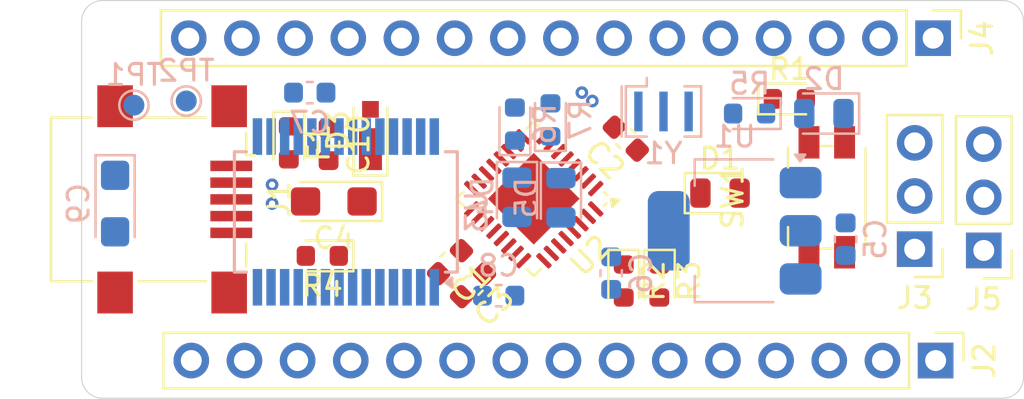
<source format=kicad_pcb>
(kicad_pcb (version 20240108) (generator "pcbnew") (generator_version "8.0")
  (layers (0 "F.Cu" signal) (1 "In1.Cu" signal) (2 "In2.Cu" signal) (31 "B.Cu" signal) (34 "B.Paste" user) (35 "F.Paste" user) (36 "B.SilkS" user "B.Silkscreen") (37 "F.SilkS" user "F.Silkscreen") (38 "B.Mask" user) (39 "F.Mask" user) (44 "Edge.Cuts" user))
  (net 0 "")
  (net 1 "+5V")
  (net 2 "GND")
  (net 3 "/AREF")
  (net 4 "VCC")
  (net 5 "+3.3V")
  (net 6 "Net-(U3-RTS)")
  (net 7 "/RESET")
  (net 8 "Net-(D1-A)")
  (net 9 "Net-(D2-A)")
  (net 10 "VBUS")
  (net 11 "Net-(D4-K)")
  (net 12 "Net-(D5-K)")
  (net 13 "Net-(J1-VBUS)")
  (net 14 "/D_N")
  (net 16 "/D_P")
  (net 17 "/A0")
  (net 18 "/A1")
  (net 19 "/A2")
  (net 20 "/A7")
  (net 21 "/D13{slash}SCK")
  (net 22 "/A5")
  (net 23 "/A4")
  (net 24 "/A3")
  (net 25 "/A6")
  (net 26 "/D11{slash}MOSI")
  (net 27 "/D2")
  (net 28 "/D4")
  (net 29 "/D3")
  (net 30 "/D6")
  (net 31 "/D12{slash}MISO")
  (net 32 "/D10")
  (net 33 "/D9")
  (net 34 "/D8")
  (net 35 "/D5")
  (net 36 "/D7")
  (net 37 "/D0{slash}RX")
  (net 38 "/D1{slash}TX")
  (net 39 "/RX")
  (net 40 "/TX")
  (net 41 "Net-(U3-CBUS0)")
  (net 42 "Net-(U3-CBUS1)")
  (net 43 "/XTAL1")
  (net 44 "/XTAL2")
  (net 45 "Net-(U2-GND-Pad21)")
  (footprint "Capacitor_SMD:C_0603_1608Metric" (layer "F.Cu") (at 111.8 56.875 -90)
    (property "Reference" "C10" (at 0 -1.43 90) (layer "F.SilkS"))
    (property "Value" "100n" (hide yes))
    (fp_line (start -0.140581 0.51) (end 0.140581 0.51) (stroke (width 0.12)) (layer "F.SilkS"))
    (fp_line (start -0.140581 -0.51) (end 0.140581 -0.51) (stroke (width 0.12)) (layer "F.SilkS"))
    (pad "1" smd roundrect (at -0.775 0 270) (size 0.9 0.95) (layers "F.Cu" "F.Paste" "F.Mask") (net 1 "+5V"))
    (pad "2" smd roundrect (at 0.775 0 270) (size 0.9 0.95) (layers "F.Cu" "F.Paste" "F.Mask") (net 2 "GND"))
  )
  (footprint "Diode_SMD:D_0603_1608Metric" (layer "F.Cu") (at 111.5 62.2 180)
    (property "Reference" "R4" (at 0 -1.43 180) (layer "F.SilkS"))
    (property "Value" "1k" (hide yes))
    (fp_line (start 0.8 -0.735) (end -1.485 -0.735) (stroke (width 0.12)) (layer "F.SilkS"))
    (fp_line (start -1.485 0.735) (end 0.8 0.735) (stroke (width 0.12)) (layer "F.SilkS"))
    (fp_line (start -1.485 -0.735) (end -1.485 0.735) (stroke (width 0.12)) (layer "F.SilkS"))
    (pad "1" smd roundrect (at -0.787501 0 180) (size 0.875 0.95) (layers "F.Cu" "F.Paste" "F.Mask") (net 21 "/D13{slash}SCK"))
    (pad "2" smd roundrect (at 0.787501 0 180) (size 0.875 0.95) (layers "F.Cu" "F.Paste" "F.Mask") (net 8 "Net-(D1-A)"))
  )
  (footprint "Connector_PinHeader_2.54mm:PinHeader_1x15_P2.54mm_Vertical" (layer "F.Cu") (at 140.8 67.2 -90)
    (property "Reference" "J2" (at 0 -2.33 90) (layer "F.SilkS"))
    (property "Value" "Conn_01x15_Pin" (hide yes))
    (fp_line (start -1.33 36.89) (end 1.33 36.89) (stroke (width 0.12)) (layer "F.SilkS"))
    (fp_line (start -1.33 1.27) (end -1.33 36.89) (stroke (width 0.12)) (layer "F.SilkS"))
    (fp_line (start -1.33 1.27) (end 1.33 1.27) (stroke (width 0.12)) (layer "F.SilkS"))
    (fp_line (start 1.33 1.27) (end 1.33 36.89) (stroke (width 0.12)) (layer "F.SilkS"))
    (fp_line (start -1.33 0) (end -1.33 -1.33) (stroke (width 0.12)) (layer "F.SilkS"))
    (fp_line (start -1.33 -1.33) (end 0 -1.33) (stroke (width 0.12)) (layer "F.SilkS"))
    (pad "1" thru_hole rect (at 0 0 270) (size 1.7 1.7) (drill 1) (layers "*.Cu" "*.Mask") (net 4 "VCC"))
    (pad "2" thru_hole oval (at 0 2.54 270) (size 1.7 1.7) (drill 1) (layers "*.Cu" "*.Mask") (net 2 "GND"))
    (pad "3" thru_hole oval (at 0 5.08 270) (size 1.7 1.7) (drill 1) (layers "*.Cu" "*.Mask") (net 7 "/RESET"))
    (pad "4" thru_hole oval (at 0 7.62 270) (size 1.7 1.7) (drill 1) (layers "*.Cu" "*.Mask") (net 1 "+5V"))
    (pad "5" thru_hole oval (at 0 10.16 270) (size 1.7 1.7) (drill 1) (layers "*.Cu" "*.Mask") (net 20 "/A7"))
    (pad "6" thru_hole oval (at 0 12.7 270) (size 1.7 1.7) (drill 1) (layers "*.Cu" "*.Mask") (net 25 "/A6"))
    (pad "7" thru_hole oval (at 0 15.24 270) (size 1.7 1.7) (drill 1) (layers "*.Cu" "*.Mask") (net 22 "/A5"))
    (pad "8" thru_hole oval (at 0 17.78 270) (size 1.7 1.7) (drill 1) (layers "*.Cu" "*.Mask") (net 23 "/A4"))
    (pad "9" thru_hole oval (at 0 20.32 270) (size 1.7 1.7) (drill 1) (layers "*.Cu" "*.Mask") (net 24 "/A3"))
    (pad "10" thru_hole oval (at 0 22.86 270) (size 1.7 1.7) (drill 1) (layers "*.Cu" "*.Mask") (net 19 "/A2"))
    (pad "11" thru_hole oval (at 0 25.4 270) (size 1.7 1.7) (drill 1) (layers "*.Cu" "*.Mask") (net 18 "/A1"))
    (pad "12" thru_hole oval (at 0 27.94 270) (size 1.7 1.7) (drill 1) (layers "*.Cu" "*.Mask") (net 17 "/A0"))
    (pad "13" thru_hole oval (at 0 30.48 270) (size 1.7 1.7) (drill 1) (layers "*.Cu" "*.Mask") (net 3 "/AREF"))
    (pad "14" thru_hole oval (at 0 33.02 270) (size 1.7 1.7) (drill 1) (layers "*.Cu" "*.Mask") (net 5 "+3.3V"))
    (pad "15" thru_hole oval (at 0 35.56 270) (size 1.7 1.7) (drill 1) (layers "*.Cu" "*.Mask") (net 21 "/D13{slash}SCK"))
  )
  (footprint "Connector_PinHeader_2.54mm:PinHeader_1x15_P2.54mm_Vertical" (layer "F.Cu") (at 140.68 51.8 -90)
    (property "Reference" "J4" (at 0 -2.33 90) (layer "F.SilkS"))
    (property "Value" "Conn_01x15_Pin" (hide yes))
    (fp_line (start -1.33 36.89) (end 1.33 36.89) (stroke (width 0.12)) (layer "F.SilkS"))
    (fp_line (start -1.33 1.27) (end -1.33 36.89) (stroke (width 0.12)) (layer "F.SilkS"))
    (fp_line (start -1.33 1.27) (end 1.33 1.27) (stroke (width 0.12)) (layer "F.SilkS"))
    (fp_line (start 1.33 1.27) (end 1.33 36.89) (stroke (width 0.12)) (layer "F.SilkS"))
    (fp_line (start -1.33 0) (end -1.33 -1.33) (stroke (width 0.12)) (layer "F.SilkS"))
    (fp_line (start -1.33 -1.33) (end 0 -1.33) (stroke (width 0.12)) (layer "F.SilkS"))
    (pad "1" thru_hole rect (at 0 0 270) (size 1.7 1.7) (drill 1) (layers "*.Cu" "*.Mask") (net 38 "/D1{slash}TX"))
    (pad "2" thru_hole oval (at 0 2.54 270) (size 1.7 1.7) (drill 1) (layers "*.Cu" "*.Mask") (net 37 "/D0{slash}RX"))
    (pad "3" thru_hole oval (at 0 5.08 270) (size 1.7 1.7) (drill 1) (layers "*.Cu" "*.Mask") (net 7 "/RESET"))
    (pad "4" thru_hole oval (at 0 7.62 270) (size 1.7 1.7) (drill 1) (layers "*.Cu" "*.Mask") (net 2 "GND"))
    (pad "5" thru_hole oval (at 0 10.16 270) (size 1.7 1.7) (drill 1) (layers "*.Cu" "*.Mask") (net 27 "/D2"))
    (pad "6" thru_hole oval (at 0 12.7 270) (size 1.7 1.7) (drill 1) (layers "*.Cu" "*.Mask") (net 29 "/D3"))
    (pad "7" thru_hole oval (at 0 15.24 270) (size 1.7 1.7) (drill 1) (layers "*.Cu" "*.Mask") (net 28 "/D4"))
    (pad "8" thru_hole oval (at 0 17.78 270) (size 1.7 1.7) (drill 1) (layers "*.Cu" "*.Mask") (net 35 "/D5"))
    (pad "9" thru_hole oval (at 0 20.32 270) (size 1.7 1.7) (drill 1) (layers "*.Cu" "*.Mask") (net 30 "/D6"))
    (pad "10" thru_hole oval (at 0 22.86 270) (size 1.7 1.7) (drill 1) (layers "*.Cu" "*.Mask") (net 36 "/D7"))
    (pad "11" thru_hole oval (at 0 25.4 270) (size 1.7 1.7) (drill 1) (layers "*.Cu" "*.Mask") (net 34 "/D8"))
    (pad "12" thru_hole oval (at 0 27.94 270) (size 1.7 1.7) (drill 1) (layers "*.Cu" "*.Mask") (net 33 "/D9"))
    (pad "13" thru_hole oval (at 0 30.48 270) (size 1.7 1.7) (drill 1) (layers "*.Cu" "*.Mask") (net 32 "/D10"))
    (pad "14" thru_hole oval (at 0 33.02 270) (size 1.7 1.7) (drill 1) (layers "*.Cu" "*.Mask") (net 26 "/D11{slash}MOSI"))
    (pad "15" thru_hole oval (at 0 35.56 270) (size 1.7 1.7) (drill 1) (layers "*.Cu" "*.Mask") (net 31 "/D12{slash}MISO"))
  )
  (footprint "Diode_SMD:D_0603_1608Metric" (layer "F.Cu") (at 127.6 63.4 -90)
    (property "Reference" "R3" (at 0 -1.43 90) (layer "F.SilkS"))
    (property "Value" "1k" (hide yes))
    (fp_line (start -1.485 0.735) (end 0.8 0.735) (stroke (width 0.12)) (layer "F.SilkS"))
    (fp_line (start -1.485 -0.735) (end -1.485 0.735) (stroke (width 0.12)) (layer "F.SilkS"))
    (fp_line (start 0.8 -0.735) (end -1.485 -0.735) (stroke (width 0.12)) (layer "F.SilkS"))
    (pad "1" smd roundrect (at -0.787501 0 270) (size 0.875 0.95) (layers "F.Cu" "F.Paste" "F.Mask") (net 38 "/D1{slash}TX"))
    (pad "2" smd roundrect (at 0.787501 0 270) (size 0.875 0.95) (layers "F.Cu" "F.Paste" "F.Mask") (net 40 "/TX"))
  )
  (footprint "Connector_USB:USB_Mini-B_Lumberg_2486_01_Horizontal" (layer "F.Cu") (at 104.45 59.5 -90)
    (property "Reference" "J1" (at 0 -5 90) (layer "F.SilkS"))
    (property "Value" "USB_B_Mini")
    (fp_line (start -3.91 5.91) (end -3.91 3.96) (stroke (width 0.12)) (layer "F.SilkS"))
    (fp_line (start 3.91 5.91) (end -3.91 5.91) (stroke (width 0.12)) (layer "F.SilkS"))
    (fp_line (start 3.91 5.91) (end 3.91 3.96) (stroke (width 0.12)) (layer "F.SilkS"))
    (fp_line (start -3.91 1.74) (end -3.91 -1.49) (stroke (width 0.12)) (layer "F.SilkS"))
    (fp_line (start 3.91 1.74) (end 3.91 -1.49) (stroke (width 0.12)) (layer "F.SilkS"))
    (fp_line (start -3.19 -3.41) (end -2.11 -3.41) (stroke (width 0.12)) (layer "F.SilkS"))
    (fp_line (start -2.11 -3.41) (end -2.11 -3.84) (stroke (width 0.12)) (layer "F.SilkS"))
    (fp_line (start 2.11 -3.41) (end 3.19 -3.41) (stroke (width 0.12)) (layer "F.SilkS"))
    (pad "" np_thru_hole circle (at -2.2 0 270) (size 1 1) (drill 1) (layers "*.Cu" "*.Mask"))
    (pad "" np_thru_hole circle (at 2.2 0 270) (size 1 1) (drill 1) (layers "*.Cu" "*.Mask"))
    (pad "1" smd rect (at -1.6 -2.7 270) (size 0.5 2) (layers "F.Cu" "F.Paste" "F.Mask") (net 13 "Net-(J1-VBUS)"))
    (pad "2" smd rect (at -0.8 -2.7 270) (size 0.5 2) (layers "F.Cu" "F.Paste" "F.Mask") (net 14 "/D_N"))
    (pad "3" smd rect (at 0 -2.7 270) (size 0.5 2) (layers "F.Cu" "F.Paste" "F.Mask") (net 16 "/D_P"))
    (pad "4" smd rect (at 0.8 -2.7 270) (size 0.5 2) (layers "F.Cu" "F.Paste" "F.Mask"))
    (pad "5" smd rect (at 1.6 -2.7 270) (size 0.5 2) (layers "F.Cu" "F.Paste" "F.Mask") (net 2 "GND"))
    (pad "6" smd rect (at -4.45 -2.6 270) (size 2 1.7) (layers "F.Cu" "F.Paste" "F.Mask") (net 2 "GND"))
    (pad "6" smd rect (at -4.45 2.85 270) (size 2 1.7) (layers "F.Cu" "F.Paste" "F.Mask") (net 2 "GND"))
    (pad "6" smd rect (at 4.45 -2.6 270) (size 2 1.7) (layers "F.Cu" "F.Paste" "F.Mask") (net 2 "GND"))
    (pad "6" smd rect (at 4.45 2.85 270) (size 2 1.7) (layers "F.Cu" "F.Paste" "F.Mask") (net 2 "GND"))
  )
  (footprint "Capacitor_SMD:C_0603_1608Metric" (layer "F.Cu") (at 117.6 62.5 -135)
    (property "Reference" "C1" (at 0 -1.43 -135) (layer "F.SilkS"))
    (property "Value" "1u" (hide yes))
    (fp_line (start -0.140581 0.51) (end 0.140581 0.51) (stroke (width 0.12)) (layer "F.SilkS"))
    (fp_line (start -0.140581 -0.51) (end 0.140581 -0.51) (stroke (width 0.12)) (layer "F.SilkS"))
    (pad "1" smd roundrect (at -0.775 0 225) (size 0.9 0.95) (layers "F.Cu" "F.Paste" "F.Mask") (net 1 "+5V"))
    (pad "2" smd roundrect (at 0.775 0 225) (size 0.9 0.95) (layers "F.Cu" "F.Paste" "F.Mask") (net 2 "GND"))
  )
  (footprint "Diode_SMD:D_0603_1608Metric" (layer "F.Cu") (at 125.900002 63.399999 -90)
    (property "Reference" "R2" (at 0 -1.43 90) (layer "F.SilkS"))
    (property "Value" "1k" (hide yes))
    (fp_line (start -1.485 0.735) (end 0.8 0.735) (stroke (width 0.12)) (layer "F.SilkS"))
    (fp_line (start -1.485 -0.735) (end -1.485 0.735) (stroke (width 0.12)) (layer "F.SilkS"))
    (fp_line (start 0.8 -0.735) (end -1.485 -0.735) (stroke (width 0.12)) (layer "F.SilkS"))
    (pad "1" smd roundrect (at -0.787501 0 270) (size 0.875 0.95) (layers "F.Cu" "F.Paste" "F.Mask") (net 37 "/D0{slash}RX"))
    (pad "2" smd roundrect (at 0.787501 0 270) (size 0.875 0.95) (layers "F.Cu" "F.Paste" "F.Mask") (net 39 "/RX"))
  )
  (footprint "LED_SMD:LED_0805_2012Metric" (layer "F.Cu") (at 130.5 59.2)
    (property "Reference" "D1" (at 0 -1.65 0) (layer "F.SilkS"))
    (property "Value" "Yellow" (hide yes))
    (fp_line (start -1.684999 -0.96) (end -1.684999 0.96) (stroke (width 0.12)) (layer "F.SilkS"))
    (fp_line (start -1.684999 0.96) (end 1 0.96) (stroke (width 0.12)) (layer "F.SilkS"))
    (fp_line (start 1 -0.96) (end -1.684999 -0.96) (stroke (width 0.12)) (layer "F.SilkS"))
    (pad "1" smd roundrect (at -0.937501 0) (size 0.975 1.4) (layers "F.Cu" "F.Paste" "F.Mask") (net 2 "GND"))
    (pad "2" smd roundrect (at 0.937501 0) (size 0.975 1.4) (layers "F.Cu" "F.Paste" "F.Mask") (net 8 "Net-(D1-A)"))
  )
  (footprint "Connector_PinHeader_2.54mm:PinHeader_1x03_P2.54mm_Vertical" (layer "F.Cu") (at 143.1 61.940002 180)
    (property "Reference" "J5" (at 0 -2.33 180) (layer "F.SilkS"))
    (property "Value" "ICSP" (hide yes))
    (fp_line (start 1.33 1.270001) (end 1.33 6.409999) (stroke (width 0.12)) (layer "F.SilkS"))
    (fp_line (start -1.33 6.409999) (end 1.33 6.409999) (stroke (width 0.12)) (layer "F.SilkS"))
    (fp_line (start -1.33 1.270001) (end 1.33 1.270001) (stroke (width 0.12)) (layer "F.SilkS"))
    (fp_line (start -1.33 1.270001) (end -1.33 6.409999) (stroke (width 0.12)) (layer "F.SilkS"))
    (fp_line (start -1.33 0) (end -1.33 -1.33) (stroke (width 0.12)) (layer "F.SilkS"))
    (fp_line (start -1.33 -1.33) (end 0 -1.33) (stroke (width 0.12)) (layer "F.SilkS"))
    (pad "1" thru_hole rect (at 0 0 180) (size 1.7 1.7) (drill 1) (layers "*.Cu" "*.Mask") (net 31 "/D12{slash}MISO"))
    (pad "2" thru_hole oval (at 0 2.54 180) (size 1.7 1.7) (drill 1) (layers "*.Cu" "*.Mask") (net 21 "/D13{slash}SCK"))
    (pad "3" thru_hole oval (at 0 5.079999 180) (size 1.7 1.7) (drill 1) (layers "*.Cu" "*.Mask") (net 7 "/RESET"))
  )
  (footprint "Connector_PinHeader_2.54mm:PinHeader_1x03_P2.54mm_Vertical" (layer "F.Cu") (at 139.8 61.879999 180)
    (property "Reference" "J3" (at 0 -2.33 180) (layer "F.SilkS"))
    (property "Value" "ICSP" (hide yes))
    (fp_line (start 1.33 1.270001) (end 1.33 6.409999) (stroke (width 0.12)) (layer "F.SilkS"))
    (fp_line (start -1.33 6.409999) (end 1.33 6.409999) (stroke (width 0.12)) (layer "F.SilkS"))
    (fp_line (start -1.33 1.270001) (end 1.33 1.270001) (stroke (width 0.12)) (layer "F.SilkS"))
    (fp_line (start -1.33 1.270001) (end -1.33 6.409999) (stroke (width 0.12)) (layer "F.SilkS"))
    (fp_line (start -1.33 0) (end -1.33 -1.33) (stroke (width 0.12)) (layer "F.SilkS"))
    (fp_line (start -1.33 -1.33) (end 0 -1.33) (stroke (width 0.12)) (layer "F.SilkS"))
    (pad "1" thru_hole rect (at 0 0 180) (size 1.7 1.7) (drill 1) (layers "*.Cu" "*.Mask") (net 1 "+5V"))
    (pad "2" thru_hole oval (at 0 2.54 180) (size 1.7 1.7) (drill 1) (layers "*.Cu" "*.Mask") (net 26 "/D11{slash}MOSI"))
    (pad "3" thru_hole oval (at 0 5.079999 180) (size 1.7 1.7) (drill 1) (layers "*.Cu" "*.Mask") (net 2 "GND"))
  )
  (footprint "Diode_SMD:D_0603_1608Metric" (layer "F.Cu") (at 133.8125 54.7)
    (property "Reference" "R1" (at 0 -1.43 0) (layer "F.SilkS"))
    (property "Value" "1k" (hide yes))
    (fp_line (start -1.485 -0.735) (end -1.485 0.735) (stroke (width 0.12)) (layer "F.SilkS"))
    (fp_line (start -1.485 0.735) (end 0.8 0.735) (stroke (width 0.12)) (layer "F.SilkS"))
    (fp_line (start 0.8 -0.735) (end -1.485 -0.735) (stroke (width 0.12)) (layer "F.SilkS"))
    (pad "1" smd roundrect (at -0.7875 0) (size 0.875 0.95) (layers "F.Cu" "F.Paste" "F.Mask") (net 1 "+5V"))
    (pad "2" smd roundrect (at 0.7875 0) (size 0.875 0.95) (layers "F.Cu" "F.Paste" "F.Mask") (net 7 "/RESET"))
  )
  (footprint "Diode_SMD:D_0603_1608Metric" (layer "F.Cu") (at 109.9 56.8 -90)
    (property "Reference" "F1" (at 0 -1.43 90) (layer "F.SilkS"))
    (property "Value" "0603" (hide yes))
    (fp_line (start -1.485 0.735) (end 0.8 0.735) (stroke (width 0.12)) (layer "F.SilkS"))
    (fp_line (start -1.485 -0.735) (end -1.485 0.735) (stroke (width 0.12)) (layer "F.SilkS"))
    (fp_line (start 0.8 -0.735) (end -1.485 -0.735) (stroke (width 0.12)) (layer "F.SilkS"))
    (pad "1" smd roundrect (at -0.787501 0 270) (size 0.875 0.95) (layers "F.Cu" "F.Paste" "F.Mask") (net 10 "VBUS"))
    (pad "2" smd roundrect (at 0.787501 0 270) (size 0.875 0.95) (layers "F.Cu" "F.Paste" "F.Mask") (net 13 "Net-(J1-VBUS)"))
  )
  (footprint "Button_Switch_SMD:Panasonic_EVQPUJ_EVQPUA" (layer "F.Cu") (at 135.6 59.4 90)
    (property "Reference" "SW1" (at 0 -4.500001 -90) (layer "F.SilkS"))
    (property "Value" "SW_Push" (hide yes))
    (fp_line (start 2.349999 -1.85) (end 1.425 -1.85) (stroke (width 0.12)) (layer "F.SilkS"))
    (fp_line (start -1.425 -1.85) (end -2.349999 -1.85) (stroke (width 0.12)) (layer "F.SilkS"))
    (fp_line (start 2.45 0.275) (end 2.45 -0.275) (stroke (width 0.12)) (layer "F.SilkS"))
    (fp_line (start -2.45 0.275) (end -2.45 -0.275) (stroke (width 0.12)) (layer "F.SilkS"))
    (fp_line (start 2.349999 1.85) (end -2.349999 1.85) (stroke (width 0.12)) (layer "F.SilkS"))
    (pad "1" smd rect (at -2.625 -0.85 270) (size 1.55 1) (layers "F.Cu" "F.Paste" "F.Mask") (net 7 "/RESET"))
    (pad "1" smd rect (at 2.625 -0.85 270) (size 1.55 1) (layers "F.Cu" "F.Paste" "F.Mask") (net 7 "/RESET"))
    (pad "2" smd rect (at -2.625 0.85 270) (size 1.55 1) (layers "F.Cu" "F.Paste" "F.Mask") (net 2 "GND"))
    (pad "2" smd rect (at 2.625 0.85 270) (size 1.55 1) (layers "F.Cu" "F.Paste" "F.Mask") (net 2 "GND"))
  )
  (footprint "Capacitor_SMD:C_0603_1608Metric" (layer "F.Cu") (at 118.7 63.6 -135)
    (property "Reference" "C3" (at 0 -1.43 -135) (layer "F.SilkS"))
    (property "Value" "100n" (hide yes))
    (fp_line (start -0.140581 0.51) (end 0.140581 0.51) (stroke (width 0.12)) (layer "F.SilkS"))
    (fp_line (start -0.140581 -0.51) (end 0.140581 -0.51) (stroke (width 0.12)) (layer "F.SilkS"))
    (pad "1" smd roundrect (at -0.775 0 225) (size 0.9 0.95) (layers "F.Cu" "F.Paste" "F.Mask") (net 3 "/AREF"))
    (pad "2" smd roundrect (at 0.775 0 225) (size 0.9 0.95) (layers "F.Cu" "F.Paste" "F.Mask") (net 2 "GND"))
  )
  (footprint "Capacitor_Tantalum_SMD:CP_EIA-3216-10_Kemet-I" (layer "F.Cu") (at 112.05 59.6 180)
    (property "Reference" "C4" (at 0 -1.75 180) (layer "F.SilkS"))
    (property "Value" "4u7_16v" (hide yes))
    (fp_line (start 1.6 -0.935) (end -2.31 -0.935) (stroke (width 0.12)) (layer "F.SilkS"))
    (fp_line (start -2.31 0.935) (end 1.6 0.935) (stroke (width 0.12)) (layer "F.SilkS"))
    (fp_line (start -2.31 -0.935) (end -2.31 0.935) (stroke (width 0.12)) (layer "F.SilkS"))
    (pad "1" smd roundrect (at -1.35 0 180) (size 1.4 1.35) (layers "F.Cu" "F.Paste" "F.Mask") (roundrect_rratio 0.185185) (net 1 "+5V"))
    (pad "2" smd roundrect (at 1.35 0 180) (size 1.4 1.35) (layers "F.Cu" "F.Paste" "F.Mask") (roundrect_rratio 0.185185) (net 2 "GND"))
  )
  (footprint "Diode_SMD:D_MicroSMP_AK" (layer "F.Cu") (at 113.8 56.22 90)
    (property "Reference" "D3" (at 0 -1.550001 90) (layer "F.SilkS"))
    (property "Value" "Diode" (hide yes))
    (fp_line (start -2.14 -0.81) (end 1.1 -0.81) (stroke (width 0.12)) (layer "F.SilkS"))
    (fp_line (start -2.14 -0.81) (end -2.14 0.81) (stroke (width 0.12)) (layer "F.SilkS"))
    (fp_line (start -2.14 0.81) (end 1.1 0.81) (stroke (width 0.12)) (layer "F.SilkS"))
    (pad "1" smd rect (at -0.88 0 90) (size 2 1.1) (layers "F.Cu" "F.Paste" "F.Mask") (net 4 "VCC"))
    (pad "2" smd rect (at 1.02 0 90) (size 0.8 0.8) (layers "F.Cu" "F.Paste" "F.Mask") (net 10 "VBUS"))
  )
  (footprint "Package_DFN_QFN:QFN-32-1EP_5x5mm_P0.5mm_EP3.1x3.1mm" (layer "F.Cu") (at 121.6 59.47 -135)
    (property "Reference" "U2" (at 0 -3.83 -135) (layer "F.SilkS"))
    (property "Value" "ATmega328P-M" (hide yes))
    (fp_line (start 2.61 2.61) (end 2.61 2.135) (stroke (width 0.12)) (layer "F.SilkS"))
    (fp_line (start 2.135 2.61) (end 2.61 2.61) (stroke (width 0.12)) (layer "F.SilkS"))
    (fp_line (start -2.135 2.61) (end -2.61 2.61) (stroke (width 0.12)) (layer "F.SilkS"))
    (fp_line (start -2.61 2.61) (end -2.61 2.135) (stroke (width 0.12)) (layer "F.SilkS"))
    (fp_line (start 2.61 -2.61) (end 2.61 -2.135) (stroke (width 0.12)) (layer "F.SilkS"))
    (fp_line (start 2.135 -2.61) (end 2.61 -2.61) (stroke (width 0.12)) (layer "F.SilkS"))
    (fp_line (start -2.61 -2.135) (end -2.61 -2.37) (stroke (width 0.12)) (layer "F.SilkS"))
    (fp_line (start -2.135 -2.61) (end -2.31 -2.61) (stroke (width 0.12)) (layer "F.SilkS"))
    (fp_poly (pts (xy -2.61 -2.61) (xy -2.85 -2.94) (xy -2.37 -2.94) (xy -2.61 -2.61)) (stroke (width 0.12)) (fill solid) (layer "F.SilkS"))
    (pad "1" smd roundrect (at -2.4375 -1.75 225) (size 0.875 0.25) (layers "F.Cu" "F.Paste" "F.Mask") (net 29 "/D3"))
    (pad "2" smd roundrect (at -2.4375 -1.25 225) (size 0.875 0.25) (layers "F.Cu" "F.Paste" "F.Mask") (net 28 "/D4"))
    (pad "3" smd roundrect (at -2.4375 -0.75 225) (size 0.875 0.25) (layers "F.Cu" "F.Paste" "F.Mask") (net 45 "Net-(U2-GND-Pad21)"))
    (pad "4" smd roundrect (at -2.4375 -0.25 225) (size 0.875 0.25) (layers "F.Cu" "F.Paste" "F.Mask") (net 1 "+5V"))
    (pad "5" smd roundrect (at -2.4375 0.25 225) (size 0.875 0.25) (layers "F.Cu" "F.Paste" "F.Mask") (net 45 "Net-(U2-GND-Pad21)"))
    (pad "6" smd roundrect (at -2.4375 0.75 225) (size 0.875 0.25) (layers "F.Cu" "F.Paste" "F.Mask") (net 1 "+5V"))
    (pad "7" smd roundrect (at -2.4375 1.25 225) (size 0.875 0.25) (layers "F.Cu" "F.Paste" "F.Mask") (net 43 "/XTAL1"))
    (pad "8" smd roundrect (at -2.4375 1.75 225) (size 0.875 0.25) (layers "F.Cu" "F.Paste" "F.Mask") (net 44 "/XTAL2"))
    (pad "9" smd roundrect (at -1.75 2.4375 225) (size 0.25 0.875) (layers "F.Cu" "F.Paste" "F.Mask") (net 35 "/D5"))
    (pad "10" smd roundrect (at -1.25 2.4375 225) (size 0.25 0.875) (layers "F.Cu" "F.Paste" "F.Mask") (net 30 "/D6"))
    (pad "11" smd roundrect (at -0.75 2.4375 225) (size 0.25 0.875) (layers "F.Cu" "F.Paste" "F.Mask") (net 36 "/D7"))
    (pad "12" smd roundrect (at -0.25 2.4375 225) (size 0.25 0.875) (layers "F.Cu" "F.Paste" "F.Mask") (net 34 "/D8"))
    (pad "13" smd roundrect (at 0.25 2.4375 225) (size 0.25 0.875) (layers "F.Cu" "F.Paste" "F.Mask") (net 33 "/D9"))
    (pad "14" smd roundrect (at 0.75 2.4375 225) (size 0.25 0.875) (layers "F.Cu" "F.Paste" "F.Mask") (net 32 "/D10"))
    (pad "15" smd roundrect (at 1.25 2.4375 225) (size 0.25 0.875) (layers "F.Cu" "F.Paste" "F.Mask") (net 26 "/D11{slash}MOSI"))
    (pad "16" smd roundrect (at 1.75 2.4375 225) (size 0.25 0.875) (layers "F.Cu" "F.Paste" "F.Mask") (net 31 "/D12{slash}MISO"))
    (pad "17" smd roundrect (at 2.4375 1.75 225) (size 0.875 0.25) (layers "F.Cu" "F.Paste" "F.Mask") (net 21 "/D13{slash}SCK"))
    (pad "18" smd roundrect (at 2.4375 1.25 225) (size 0.875 0.25) (layers "F.Cu" "F.Paste" "F.Mask") (net 1 "+5V"))
    (pad "19" smd roundrect (at 2.4375 0.75 225) (size 0.875 0.25) (layers "F.Cu" "F.Paste" "F.Mask") (net 25 "/A6"))
    (pad "20" smd roundrect (at 2.4375 0.25 225) (size 0.875 0.25) (layers "F.Cu" "F.Paste" "F.Mask") (net 3 "/AREF"))
    (pad "21" smd roundrect (at 2.4375 -0.25 225) (size 0.875 0.25) (layers "F.Cu" "F.Paste" "F.Mask") (net 45 "Net-(U2-GND-Pad21)"))
    (pad "22" smd roundrect (at 2.4375 -0.75 225) (size 0.875 0.25) (layers "F.Cu" "F.Paste" "F.Mask") (net 20 "/A7"))
    (pad "23" smd roundrect (at 2.4375 -1.25 225) (size 0.875 0.25) (layers "F.Cu" "F.Paste" "F.Mask") (net 17 "/A0"))
    (pad "24" smd roundrect (at 2.4375 -1.75 225) (size 0.875 0.25) (layers "F.Cu" "F.Paste" "F.Mask") (net 18 "/A1"))
    (pad "25" smd roundrect (at 1.75 -2.4375 225) (size 0.25 0.875) (layers "F.Cu" "F.Paste" "F.Mask") (net 19 "/A2"))
    (pad "26" smd roundrect (at 1.25 -2.4375 225) (size 0.25 0.875) (layers "F.Cu" "F.Paste" "F.Mask") (net 24 "/A3"))
    (pad "27" smd roundrect (at 0.75 -2.4375 225) (size 0.25 0.875) (layers "F.Cu" "F.Paste" "F.Mask") (net 23 "/A4"))
    (pad "28" smd roundrect (at 0.25 -2.4375 225) (size 0.25 0.875) (layers "F.Cu" "F.Paste" "F.Mask") (net 22 "/A5"))
    (pad "29" smd roundrect (at -0.25 -2.4375 225) (size 0.25 0.875) (layers "F.Cu" "F.Paste" "F.Mask") (net 7 "/RESET"))
    (pad "30" smd roundrect (at -0.75 -2.4375 225) (size 0.25 0.875) (layers "F.Cu" "F.Paste" "F.Mask") (net 37 "/D0{slash}RX"))
    (pad "31" smd roundrect (at -1.25 -2.4375 225) (size 0.25 0.875) (layers "F.Cu" "F.Paste" "F.Mask") (net 38 "/D1{slash}TX"))
    (pad "32" smd roundrect (at -1.75 -2.4375 225) (size 0.25 0.875) (layers "F.Cu" "F.Paste" "F.Mask") (net 27 "/D2"))
    (pad "33" smd rect (at 0 0 225) (size 3.1 3.1) (property pad_prop_heatsink) (layers "F.Cu" "F.Mask") (net 45 "Net-(U2-GND-Pad21)"))
  )
  (footprint "Capacitor_SMD:C_0603_1608Metric" (layer "F.Cu") (at 126 56.6 135)
    (property "Reference" "C2" (at 0 -1.43 -45) (layer "F.SilkS"))
    (property "Value" "1u" (hide yes))
    (fp_line (start -0.140581 -0.51) (end 0.140581 -0.51) (stroke (width 0.12)) (layer "F.SilkS"))
    (fp_line (start -0.140581 0.51) (end 0.140581 0.51) (stroke (width 0.12)) (layer "F.SilkS"))
    (pad "1" smd roundrect (at -0.775 0 135) (size 0.9 0.95) (layers "F.Cu" "F.Paste" "F.Mask") (net 1 "+5V"))
    (pad "2" smd roundrect (at 0.775 0 135) (size 0.9 0.95) (layers "F.Cu" "F.Paste" "F.Mask") (net 2 "GND"))
  )
  (footprint "Capacitor_SMD:C_0603_1608Metric" (layer "B.Cu") (at 125.3 63.025 90)
    (property "Reference" "C6" (at 0 1.43 -90) (layer "B.SilkS") (effects (justify mirror)))
    (property "Value" "1u" (hide yes))
    (fp_line (start 0.140581 -0.51) (end -0.140581 -0.51) (stroke (width 0.12)) (layer "B.SilkS"))
    (fp_line (start 0.140581 0.51) (end -0.140581 0.51) (stroke (width 0.12)) (layer "B.SilkS"))
    (pad "1" smd roundrect (at -0.775 0 90) (size 0.9 0.95) (layers "B.Cu" "B.Paste" "B.Mask") (net 4 "VCC"))
    (pad "2" smd roundrect (at 0.775 0 90) (size 0.9 0.95) (layers "B.Cu" "B.Paste" "B.Mask") (net 2 "GND"))
  )
  (footprint "LED_SMD:LED_0805_2012Metric" (layer "B.Cu") (at 120.8 59.4 -90)
    (property "Reference" "D4" (at 0 1.65 90) (layer "B.SilkS") (effects (justify mirror)))
    (property "Value" "Red" (hide yes))
    (fp_line (start -1.684999 0.96) (end 1 0.96) (stroke (width 0.12)) (layer "B.SilkS"))
    (fp_line (start -1.684999 -0.96) (end -1.684999 0.96) (stroke (width 0.12)) (layer "B.SilkS"))
    (fp_line (start 1 -0.96) (end -1.684999 -0.96) (stroke (width 0.12)) (layer "B.SilkS"))
    (pad "1" smd roundrect (at -0.937501 0 270) (size 0.975 1.4) (layers "B.Cu" "B.Paste" "B.Mask") (net 11 "Net-(D4-K)"))
    (pad "2" smd roundrect (at 0.937501 0 270) (size 0.975 1.4) (layers "B.Cu" "B.Paste" "B.Mask") (net 1 "+5V"))
  )
  (footprint "Capacitor_SMD:C_0603_1608Metric" (layer "B.Cu") (at 110.9 54.4)
    (property "Reference" "C7" (at 0 1.43 0) (layer "B.SilkS") (effects (justify mirror)))
    (property "Value" "100n" (hide yes))
    (fp_line (start 0.140581 -0.51) (end -0.140581 -0.51) (stroke (width 0.12)) (layer "B.SilkS"))
    (fp_line (start 0.140581 0.51) (end -0.140581 0.51) (stroke (width 0.12)) (layer "B.SilkS"))
    (pad "1" smd roundrect (at -0.775 0) (size 0.9 0.95) (layers "B.Cu" "B.Paste" "B.Mask") (net 5 "+3.3V"))
    (pad "2" smd roundrect (at 0.775 0) (size 0.9 0.95) (layers "B.Cu" "B.Paste" "B.Mask") (net 2 "GND"))
  )
  (footprint "Crystal:Resonator_SMD_Murata_CSTxExxV-3Pin_3.0x1.1mm" (layer "B.Cu") (at 127.8 55.3)
    (property "Reference" "Y1" (at 0 2.000001 0) (layer "B.SilkS") (effects (justify mirror)))
    (property "Value" "16MHz" (hide yes))
    (fp_line (start -2 -1.200001) (end -2 -0.8) (stroke (width 0.12)) (layer "B.SilkS"))
    (fp_line (start -2 -0.8) (end -2 1.200001) (stroke (width 0.12)) (layer "B.SilkS"))
    (fp_line (start -1.8 -1.2) (end -1.8 -0.8) (stroke (width 0.12)) (layer "B.SilkS"))
    (fp_line (start -1.8 -1.2) (end -0.8 -1.200001) (stroke (width 0.12)) (layer "B.SilkS"))
    (fp_line (start -1.8 1.2) (end -1.8 -0.8) (stroke (width 0.12)) (layer "B.SilkS"))
    (fp_line (start -0.8 -1.6) (end -0.8 -1.200001) (stroke (width 0.12)) (layer "B.SilkS"))
    (fp_line (start -0.8 1.200001) (end -1.8 1.2) (stroke (width 0.12)) (layer "B.SilkS"))
    (fp_line (start 1 -1.2) (end 1.8 -1.2) (stroke (width 0.12)) (layer "B.SilkS"))
    (fp_line (start 1.8 -1.2) (end 1.8 -0.8) (stroke (width 0.12)) (layer "B.SilkS"))
    (fp_line (start 1.8 -0.8) (end 1.8 1.2) (stroke (width 0.12)) (layer "B.SilkS"))
    (fp_line (start 1.8 1.2) (end 1 1.2) (stroke (width 0.12)) (layer "B.SilkS"))
    (pad "1" smd rect (at -1.2 0) (size 0.4 1.9) (layers "B.Cu" "B.Paste" "B.Mask") (net 44 "/XTAL2"))
    (pad "2" smd rect (at 0 0) (size 0.4 1.9) (layers "B.Cu" "B.Paste" "B.Mask") (net 2 "GND"))
    (pad "3" smd rect (at 1.2 0) (size 0.4 1.9) (layers "B.Cu" "B.Paste" "B.Mask") (net 43 "/XTAL1"))
  )
  (footprint "Package_SO:SSOP-28_5.3x10.2mm_P0.65mm" (layer "B.Cu") (at 112.625 60.1 90)
    (property "Reference" "U3" (at 0 6.249999 -90) (layer "B.SilkS") (effects (justify mirror)))
    (property "Value" "FT232RL" (hide yes))
    (fp_line (start 2.875 -5.325001) (end -2.875 -5.325001) (stroke (width 0.15)) (layer "B.SilkS"))
    (fp_line (start 2.875 -5.325001) (end 2.875 -4.75) (stroke (width 0.15)) (layer "B.SilkS"))
    (fp_line (start -2.875 -5.325001) (end -2.875 -4.75) (stroke (width 0.15)) (layer "B.SilkS"))
    (fp_line (start 2.875 4.75) (end 2.875 5.325001) (stroke (width 0.15)) (layer "B.SilkS"))
    (fp_line (start -2.875 4.75) (end -2.875 5.325001) (stroke (width 0.15)) (layer "B.SilkS"))
    (fp_line (start 2.875 5.325001) (end -2.875 5.325001) (stroke (width 0.15)) (layer "B.SilkS"))
    (fp_poly (pts (xy -3.375 4.75) (xy -3.615 5.079999) (xy -3.135 5.08) (xy -3.375 4.75)) (stroke (width 0.12)) (fill solid) (layer "B.SilkS"))
    (pad "1" smd rect (at -3.6 4.225 90) (size 1.75 0.45) (layers "B.Cu" "B.Paste" "B.Mask") (net 40 "/TX"))
    (pad "2" smd rect (at -3.6 3.575 90) (size 1.75 0.45) (layers "B.Cu" "B.Paste" "B.Mask"))
    (pad "3" smd rect (at -3.6 2.925 90) (size 1.75 0.45) (layers "B.Cu" "B.Paste" "B.Mask") (net 6 "Net-(U3-RTS)"))
    (pad "4" smd rect (at -3.599999 2.275 90) (size 1.75 0.45) (layers "B.Cu" "B.Paste" "B.Mask") (net 1 "+5V"))
    (pad "5" smd rect (at -3.6 1.625 90) (size 1.75 0.45) (layers "B.Cu" "B.Paste" "B.Mask") (net 39 "/RX"))
    (pad "6" smd rect (at -3.6 0.975001 90) (size 1.75 0.45) (layers "B.Cu" "B.Paste" "B.Mask"))
    (pad "7" smd rect (at -3.6 0.325 90) (size 1.75 0.45) (layers "B.Cu" "B.Paste" "B.Mask") (net 2 "GND"))
    (pad "8" smd rect (at -3.6 -0.325 90) (size 1.75 0.45) (layers "B.Cu" "B.Paste" "B.Mask"))
    (pad "9" smd rect (at -3.6 -0.975001 90) (size 1.75 0.45) (layers "B.Cu" "B.Paste" "B.Mask"))
    (pad "10" smd rect (at -3.6 -1.625 90) (size 1.75 0.45) (layers "B.Cu" "B.Paste" "B.Mask"))
    (pad "11" smd rect (at -3.599999 -2.275 90) (size 1.75 0.45) (layers "B.Cu" "B.Paste" "B.Mask"))
    (pad "12" smd rect (at -3.6 -2.925 90) (size 1.75 0.45) (layers "B.Cu" "B.Paste" "B.Mask"))
    (pad "13" smd rect (at -3.6 -3.575 90) (size 1.75 0.45) (layers "B.Cu" "B.Paste" "B.Mask"))
    (pad "14" smd rect (at -3.6 -4.225 90) (size 1.75 0.45) (layers "B.Cu" "B.Paste" "B.Mask"))
    (pad "15" smd rect (at 3.6 -4.225 90) (size 1.75 0.45) (layers "B.Cu" "B.Paste" "B.Mask") (net 16 "/D_P"))
    (pad "16" smd rect (at 3.6 -3.575 90) (size 1.75 0.45) (layers "B.Cu" "B.Paste" "B.Mask") (net 14 "/D_N"))
    (pad "17" smd rect (at 3.6 -2.925 90) (size 1.75 0.45) (layers "B.Cu" "B.Paste" "B.Mask") (net 5 "+3.3V"))
    (pad "18" smd rect (at 3.599999 -2.275 90) (size 1.75 0.45) (layers "B.Cu" "B.Paste" "B.Mask") (net 2 "GND"))
    (pad "19" smd rect (at 3.6 -1.625 90) (size 1.75 0.45) (layers "B.Cu" "B.Paste" "B.Mask"))
    (pad "20" smd rect (at 3.6 -0.975001 90) (size 1.75 0.45) (layers "B.Cu" "B.Paste" "B.Mask") (net 1 "+5V"))
    (pad "21" smd rect (at 3.6 -0.325 90) (size 1.75 0.45) (layers "B.Cu" "B.Paste" "B.Mask") (net 2 "GND"))
    (pad "22" smd rect (at 3.6 0.325 90) (size 1.75 0.45) (layers "B.Cu" "B.Paste" "B.Mask") (net 42 "Net-(U3-CBUS1)"))
    (pad "23" smd rect (at 3.6 0.975001 90) (size 1.75 0.45) (layers "B.Cu" "B.Paste" "B.Mask") (net 41 "Net-(U3-CBUS0)"))
    (pad "24" smd rect (at 3.6 1.625 90) (size 1.75 0.45) (layers "B.Cu" "B.Paste" "B.Mask"))
    (pad "25" smd rect (at 3.599999 2.275 90) (size 1.75 0.45) (layers "B.Cu" "B.Paste" "B.Mask") (net 2 "GND"))
    (pad "26" smd rect (at 3.6 2.925 90) (size 1.75 0.45) (layers "B.Cu" "B.Paste" "B.Mask") (net 2 "GND"))
    (pad "27" smd rect (at 3.6 3.575 90) (size 1.75 0.45) (layers "B.Cu" "B.Paste" "B.Mask"))
    (pad "28" smd rect (at 3.6 4.225 90) (size 1.75 0.45) (layers "B.Cu" "B.Paste" "B.Mask"))
  )
  (footprint "TestPoint:TestPoint_Pad_D1.0mm" (layer "B.Cu") (at 102.5 55 180)
    (property "Reference" "TP1" (at 0 1.448 180) (layer "B.SilkS") (effects (justify mirror)))
    (property "Value" "TestPoint_Small" (hide yes))
    (fp_circle (center 0 0) (end 0 -0.7) (stroke (width 0.12)) (fill none) (layer "B.SilkS"))
    (pad "1" smd circle (at 0 0 180) (size 1 1) (layers "B.Cu" "B.Mask") (net 16 "/D_P"))
  )
  (footprint "Package_TO_SOT_SMD:SOT-223-3_TabPin2" (layer "B.Cu") (at 131.2 61 180)
    (property "Reference" "U1" (at 0 4.5 180) (layer "B.SilkS") (effects (justify mirror)))
    (property "Value" "LM1117MP-5.0" (hide yes))
    (fp_line (start 1.91 3.41) (end -1.85 3.41) (stroke (width 0.12)) (layer "B.SilkS"))
    (fp_line (start 1.91 2.15) (end 1.91 3.41) (stroke (width 0.12)) (layer "B.SilkS"))
    (fp_line (start 1.91 -2.15) (end 1.91 -3.41) (stroke (width 0.12)) (layer "B.SilkS"))
    (fp_line (start 1.91 -3.41) (end -1.85 -3.41) (stroke (width 0.12)) (layer "B.SilkS"))
    (fp_poly (pts (xy -3.13 3.31) (xy -3.37 3.64) (xy -2.89 3.64) (xy -3.13 3.31)) (stroke (width 0.12)) (fill solid) (layer "B.SilkS"))
    (pad "1" smd roundrect (at -3.15 2.3 180) (size 2 1.5) (layers "B.Cu" "B.Paste" "B.Mask") (net 2 "GND"))
    (pad "2" smd roundrect (at -3.15 0 180) (size 2 1.5) (layers "B.Cu" "B.Paste" "B.Mask") (net 4 "VCC"))
    (pad "2" smd roundrect (at 3.15 0 180) (size 2 3.8) (layers "B.Cu" "B.Paste" "B.Mask") (net 4 "VCC"))
    (pad "3" smd roundrect (at -3.15 -2.3 180) (size 2 1.5) (layers "B.Cu" "B.Paste" "B.Mask") (net 4 "VCC"))
  )
  (footprint "TestPoint:TestPoint_Pad_D1.0mm" (layer "B.Cu") (at 105 54.8 180)
    (property "Reference" "TP2" (at 0 1.448 180) (layer "B.SilkS") (effects (justify mirror)))
    (property "Value" "TestPoint_Small" (hide yes))
    (fp_circle (center 0 0) (end 0 -0.7) (stroke (width 0.12)) (fill none) (layer "B.SilkS"))
    (pad "1" smd circle (at 0 0 180) (size 1 1) (layers "B.Cu" "B.Mask") (net 14 "/D_N"))
  )
  (footprint "Diode_SMD:D_0603_1608Metric" (layer "B.Cu") (at 120.7 55.9 90)
    (property "Reference" "R6" (at 0 1.43 270) (layer "B.SilkS") (effects (justify mirror)))
    (property "Value" "1k" (hide yes))
    (fp_line (start 0.8 -0.735) (end -1.485 -0.735) (stroke (width 0.12)) (layer "B.SilkS"))
    (fp_line (start -1.485 -0.735) (end -1.485 0.735) (stroke (width 0.12)) (layer "B.SilkS"))
    (fp_line (start -1.485 0.735) (end 0.8 0.735) (stroke (width 0.12)) (layer "B.SilkS"))
    (pad "1" smd roundrect (at -0.787501 0 90) (size 0.875 0.95) (layers "B.Cu" "B.Paste" "B.Mask") (net 11 "Net-(D4-K)"))
    (pad "2" smd roundrect (at 0.787501 0 90) (size 0.875 0.95) (layers "B.Cu" "B.Paste" "B.Mask") (net 41 "Net-(U3-CBUS0)"))
  )
  (footprint "LED_SMD:LED_0805_2012Metric" (layer "B.Cu") (at 135.4625 55.4 180)
    (property "Reference" "D2" (at 0 1.65 180) (layer "B.SilkS") (effects (justify mirror)))
    (property "Value" "Green" (hide yes))
    (fp_line (start 1 -0.96) (end -1.685 -0.96) (stroke (width 0.12)) (layer "B.SilkS"))
    (fp_line (start -1.685 0.96) (end 1 0.96) (stroke (width 0.12)) (layer "B.SilkS"))
    (fp_line (start -1.685 -0.96) (end -1.685 0.96) (stroke (width 0.12)) (layer "B.SilkS"))
    (pad "1" smd roundrect (at -0.9375 0 180) (size 0.975 1.4) (layers "B.Cu" "B.Paste" "B.Mask") (net 2 "GND"))
    (pad "2" smd roundrect (at 0.9375 0 180) (size 0.975 1.4) (layers "B.Cu" "B.Paste" "B.Mask") (net 9 "Net-(D2-A)"))
  )
  (footprint "Diode_SMD:D_0603_1608Metric" (layer "B.Cu") (at 122.4 55.7 90)
    (property "Reference" "R7" (at 0 1.43 270) (layer "B.SilkS") (effects (justify mirror)))
    (property "Value" "1k" (hide yes))
    (fp_line (start 0.8 -0.735) (end -1.485 -0.735) (stroke (width 0.12)) (layer "B.SilkS"))
    (fp_line (start -1.485 -0.735) (end -1.485 0.735) (stroke (width 0.12)) (layer "B.SilkS"))
    (fp_line (start -1.485 0.735) (end 0.8 0.735) (stroke (width 0.12)) (layer "B.SilkS"))
    (pad "1" smd roundrect (at -0.787501 0 90) (size 0.875 0.95) (layers "B.Cu" "B.Paste" "B.Mask") (net 12 "Net-(D5-K)"))
    (pad "2" smd roundrect (at 0.787501 0 90) (size 0.875 0.95) (layers "B.Cu" "B.Paste" "B.Mask") (net 42 "Net-(U3-CBUS1)"))
  )
  (footprint "Capacitor_SMD:C_0603_1608Metric" (layer "B.Cu") (at 119.925 64.1 180)
    (property "Reference" "C8" (at 0 1.43 180) (layer "B.SilkS") (effects (justify mirror)))
    (property "Value" "100n" (hide yes))
    (fp_line (start 0.140581 0.51) (end -0.140581 0.51) (stroke (width 0.12)) (layer "B.SilkS"))
    (fp_line (start 0.140581 -0.51) (end -0.140581 -0.51) (stroke (width 0.12)) (layer "B.SilkS"))
    (pad "1" smd roundrect (at -0.775 0 180) (size 0.9 0.95) (layers "B.Cu" "B.Paste" "B.Mask") (net 7 "/RESET"))
    (pad "2" smd roundrect (at 0.775 0 180) (size 0.9 0.95) (layers "B.Cu" "B.Paste" "B.Mask") (net 6 "Net-(U3-RTS)"))
  )
  (footprint "Diode_SMD:D_0603_1608Metric" (layer "B.Cu") (at 131.9125 55.4 180)
    (property "Reference" "R5" (at 0 1.43 180) (layer "B.SilkS") (effects (justify mirror)))
    (property "Value" "1k" (hide yes))
    (fp_line (start 0.8 -0.735) (end -1.485 -0.735) (stroke (width 0.12)) (layer "B.SilkS"))
    (fp_line (start -1.485 0.735) (end 0.8 0.735) (stroke (width 0.12)) (layer "B.SilkS"))
    (fp_line (start -1.485 -0.735) (end -1.485 0.735) (stroke (width 0.12)) (layer "B.SilkS"))
    (pad "1" smd roundrect (at -0.7875 0 180) (size 0.875 0.95) (layers "B.Cu" "B.Paste" "B.Mask") (net 4 "VCC"))
    (pad "2" smd roundrect (at 0.7875 0 180) (size 0.875 0.95) (layers "B.Cu" "B.Paste" "B.Mask") (net 9 "Net-(D2-A)"))
  )
  (footprint "Capacitor_SMD:C_0603_1608Metric" (layer "B.Cu") (at 136.5 61.4 90)
    (property "Reference" "C5" (at 0 1.43 -90) (layer "B.SilkS") (effects (justify mirror)))
    (property "Value" "1u" (hide yes))
    (fp_line (start 0.140581 -0.51) (end -0.140581 -0.51) (stroke (width 0.12)) (layer "B.SilkS"))
    (fp_line (start 0.140581 0.51) (end -0.140581 0.51) (stroke (width 0.12)) (layer "B.SilkS"))
    (pad "1" smd roundrect (at -0.775 0 90) (size 0.9 0.95) (layers "B.Cu" "B.Paste" "B.Mask") (net 4 "VCC"))
    (pad "2" smd roundrect (at 0.775 0 90) (size 0.9 0.95) (layers "B.Cu" "B.Paste" "B.Mask") (net 2 "GND"))
  )
  (footprint "Capacitor_Tantalum_SMD:CP_EIA-3216-10_Kemet-I" (layer "B.Cu") (at 101.6 59.7 -90)
    (property "Reference" "C9" (at 0 1.75 90) (layer "B.SilkS") (effects (justify mirror)))
    (property "Value" "4u7_16v" (hide yes))
    (fp_line (start -2.31 0.935) (end 1.6 0.935) (stroke (width 0.12)) (layer "B.SilkS"))
    (fp_line (start -2.31 -0.935) (end -2.31 0.935) (stroke (width 0.12)) (layer "B.SilkS"))
    (fp_line (start 1.6 -0.935) (end -2.31 -0.935) (stroke (width 0.12)) (layer "B.SilkS"))
    (pad "1" smd roundrect (at -1.35 0 270) (size 1.4 1.35) (layers "B.Cu" "B.Paste" "B.Mask") (roundrect_rratio 0.185185) (net 1 "+5V"))
    (pad "2" smd roundrect (at 1.35 0 270) (size 1.4 1.35) (layers "B.Cu" "B.Paste" "B.Mask") (roundrect_rratio 0.185185) (net 2 "GND"))
  )
  (footprint "LED_SMD:LED_0805_2012Metric" (layer "B.Cu") (at 122.899999 59.425 -90)
    (property "Reference" "D5" (at 0 1.65 90) (layer "B.SilkS") (effects (justify mirror)))
    (property "Value" "Green" (hide yes))
    (fp_line (start -1.684999 0.96) (end 1 0.96) (stroke (width 0.12)) (layer "B.SilkS"))
    (fp_line (start -1.684999 -0.96) (end -1.684999 0.96) (stroke (width 0.12)) (layer "B.SilkS"))
    (fp_line (start 1 -0.96) (end -1.684999 -0.96) (stroke (width 0.12)) (layer "B.SilkS"))
    (pad "1" smd roundrect (at -0.937501 0 270) (size 0.975 1.4) (layers "B.Cu" "B.Paste" "B.Mask") (net 12 "Net-(D5-K)"))
    (pad "2" smd roundrect (at 0.937501 0 270) (size 0.975 1.4) (layers "B.Cu" "B.Paste" "B.Mask") (net 1 "+5V"))
  )
  (gr_poly (pts (arc (start 145 68) (mid 144.707107 68.707107) (end 144 69)) (arc (start 101 69) (mid 100.292893 68.707107) (end 100 68)) (arc (start 100 51) (mid 100.292893 50.292893) (end 101 50)) (arc (start 144 50) (mid 144.707107 50.292893) (end 145 51))) (stroke (width 0.05)) (fill none) (layer "Edge.Cuts"))
  (via (at 109.1 58.8) (size 0.6) (drill 0.3) (layers "F.Cu" "B.Cu") (net 14))
  (via (at 109.1 59.7) (size 0.6) (drill 0.3) (layers "F.Cu" "B.Cu") (net 16))
  (via (at 124.4 54.8) (size 0.6) (drill 0.3) (layers "F.Cu" "B.Cu") (net 43))
  (via (at 123.9 54.4) (size 0.6) (drill 0.3) (layers "F.Cu" "B.Cu") (net 44))
)
</source>
